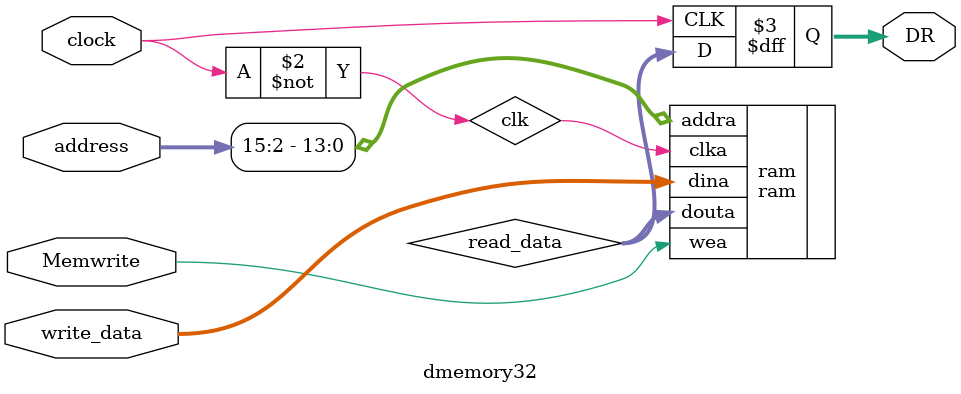
<source format=v>
`timescale 1ns / 1ps


module dmemory32(address,write_data,Memwrite,clock,DR);
    input[31:0] address; //À´×Ô memorio Ä£¿é£¬Ô´Í·ÊÇÀ´×ÔÖ´ÐÐµ¥ÔªËã³öµÄ
    //alu_result
    input[31:0] write_data; //À´×ÔÒëÂëµ¥ÔªµÄ read_data2
    input Memwrite; //À´×Ô¿ØÖÆµ¥Ôª
    input clock;
    output reg [31:0] DR;
    
    wire [31:0] read_data; // ´Ó´æ´¢Æ÷ÖÐ»ñµÃµÄÊý¾Ý
    always@(posedge clock)begin
        DR<=read_data;
    end
    
    wire clk;
    assign clk=~clock;
    
    // ·ÖÅä 64KB RAM
    ram ram (
        .clka(clk), // input wire clka
        .wea(Memwrite), // input wire [0 : 0] wea
        .addra(address[15:2]), // input wire [13 : 0] addra
        .dina(write_data), // input wire [31 : 0] dina
        .douta(read_data) // output wire [31 : 0] douta
    );
endmodule

</source>
